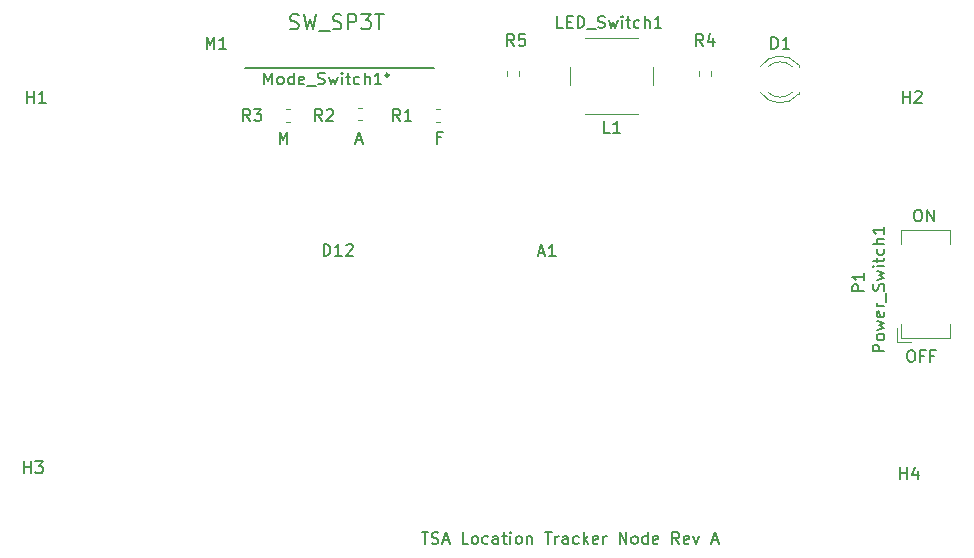
<source format=gbr>
%TF.GenerationSoftware,KiCad,Pcbnew,(5.1.6)-1*%
%TF.CreationDate,2021-03-22T21:05:39-07:00*%
%TF.ProjectId,TSA Location Tracker,54534120-4c6f-4636-9174-696f6e205472,rev?*%
%TF.SameCoordinates,Original*%
%TF.FileFunction,Legend,Top*%
%TF.FilePolarity,Positive*%
%FSLAX46Y46*%
G04 Gerber Fmt 4.6, Leading zero omitted, Abs format (unit mm)*
G04 Created by KiCad (PCBNEW (5.1.6)-1) date 2021-03-22 21:05:39*
%MOMM*%
%LPD*%
G01*
G04 APERTURE LIST*
%ADD10C,0.150000*%
%ADD11C,0.250000*%
%ADD12C,0.120000*%
G04 APERTURE END LIST*
D10*
X93945714Y-66492380D02*
X93945714Y-65492380D01*
X94183809Y-65492380D01*
X94326666Y-65540000D01*
X94421904Y-65635238D01*
X94469523Y-65730476D01*
X94517142Y-65920952D01*
X94517142Y-66063809D01*
X94469523Y-66254285D01*
X94421904Y-66349523D01*
X94326666Y-66444761D01*
X94183809Y-66492380D01*
X93945714Y-66492380D01*
X95469523Y-66492380D02*
X94898095Y-66492380D01*
X95183809Y-66492380D02*
X95183809Y-65492380D01*
X95088571Y-65635238D01*
X94993333Y-65730476D01*
X94898095Y-65778095D01*
X95850476Y-65587619D02*
X95898095Y-65540000D01*
X95993333Y-65492380D01*
X96231428Y-65492380D01*
X96326666Y-65540000D01*
X96374285Y-65587619D01*
X96421904Y-65682857D01*
X96421904Y-65778095D01*
X96374285Y-65920952D01*
X95802857Y-66492380D01*
X96421904Y-66492380D01*
X103892857Y-56468571D02*
X103559523Y-56468571D01*
X103559523Y-56992380D02*
X103559523Y-55992380D01*
X104035714Y-55992380D01*
X90206666Y-56992380D02*
X90206666Y-55992380D01*
X90540000Y-56706666D01*
X90873333Y-55992380D01*
X90873333Y-56992380D01*
X96721904Y-56706666D02*
X97198095Y-56706666D01*
X96626666Y-56992380D02*
X96960000Y-55992380D01*
X97293333Y-56992380D01*
X143587619Y-74482380D02*
X143778095Y-74482380D01*
X143873333Y-74530000D01*
X143968571Y-74625238D01*
X144016190Y-74815714D01*
X144016190Y-75149047D01*
X143968571Y-75339523D01*
X143873333Y-75434761D01*
X143778095Y-75482380D01*
X143587619Y-75482380D01*
X143492380Y-75434761D01*
X143397142Y-75339523D01*
X143349523Y-75149047D01*
X143349523Y-74815714D01*
X143397142Y-74625238D01*
X143492380Y-74530000D01*
X143587619Y-74482380D01*
X144778095Y-74958571D02*
X144444761Y-74958571D01*
X144444761Y-75482380D02*
X144444761Y-74482380D01*
X144920952Y-74482380D01*
X145635238Y-74958571D02*
X145301904Y-74958571D01*
X145301904Y-75482380D02*
X145301904Y-74482380D01*
X145778095Y-74482380D01*
X144160952Y-62582380D02*
X144351428Y-62582380D01*
X144446666Y-62630000D01*
X144541904Y-62725238D01*
X144589523Y-62915714D01*
X144589523Y-63249047D01*
X144541904Y-63439523D01*
X144446666Y-63534761D01*
X144351428Y-63582380D01*
X144160952Y-63582380D01*
X144065714Y-63534761D01*
X143970476Y-63439523D01*
X143922857Y-63249047D01*
X143922857Y-62915714D01*
X143970476Y-62725238D01*
X144065714Y-62630000D01*
X144160952Y-62582380D01*
X145018095Y-63582380D02*
X145018095Y-62582380D01*
X145589523Y-63582380D01*
X145589523Y-62582380D01*
X112145714Y-66216666D02*
X112621904Y-66216666D01*
X112050476Y-66502380D02*
X112383809Y-65502380D01*
X112717142Y-66502380D01*
X113574285Y-66502380D02*
X113002857Y-66502380D01*
X113288571Y-66502380D02*
X113288571Y-65502380D01*
X113193333Y-65645238D01*
X113098095Y-65740476D01*
X113002857Y-65788095D01*
X84026476Y-48966380D02*
X84026476Y-47966380D01*
X84359809Y-48680666D01*
X84693142Y-47966380D01*
X84693142Y-48966380D01*
X85693142Y-48966380D02*
X85121714Y-48966380D01*
X85407428Y-48966380D02*
X85407428Y-47966380D01*
X85312190Y-48109238D01*
X85216952Y-48204476D01*
X85121714Y-48252095D01*
X118197333Y-56078380D02*
X117721142Y-56078380D01*
X117721142Y-55078380D01*
X119054476Y-56078380D02*
X118483047Y-56078380D01*
X118768761Y-56078380D02*
X118768761Y-55078380D01*
X118673523Y-55221238D01*
X118578285Y-55316476D01*
X118483047Y-55364095D01*
X139702380Y-69488095D02*
X138702380Y-69488095D01*
X138702380Y-69107142D01*
X138750000Y-69011904D01*
X138797619Y-68964285D01*
X138892857Y-68916666D01*
X139035714Y-68916666D01*
X139130952Y-68964285D01*
X139178571Y-69011904D01*
X139226190Y-69107142D01*
X139226190Y-69488095D01*
X139702380Y-67964285D02*
X139702380Y-68535714D01*
X139702380Y-68250000D02*
X138702380Y-68250000D01*
X138845238Y-68345238D01*
X138940476Y-68440476D01*
X138988095Y-68535714D01*
X102236571Y-89876380D02*
X102808000Y-89876380D01*
X102522285Y-90876380D02*
X102522285Y-89876380D01*
X103093714Y-90828761D02*
X103236571Y-90876380D01*
X103474666Y-90876380D01*
X103569904Y-90828761D01*
X103617523Y-90781142D01*
X103665142Y-90685904D01*
X103665142Y-90590666D01*
X103617523Y-90495428D01*
X103569904Y-90447809D01*
X103474666Y-90400190D01*
X103284190Y-90352571D01*
X103188952Y-90304952D01*
X103141333Y-90257333D01*
X103093714Y-90162095D01*
X103093714Y-90066857D01*
X103141333Y-89971619D01*
X103188952Y-89924000D01*
X103284190Y-89876380D01*
X103522285Y-89876380D01*
X103665142Y-89924000D01*
X104046095Y-90590666D02*
X104522285Y-90590666D01*
X103950857Y-90876380D02*
X104284190Y-89876380D01*
X104617523Y-90876380D01*
X106188952Y-90876380D02*
X105712761Y-90876380D01*
X105712761Y-89876380D01*
X106665142Y-90876380D02*
X106569904Y-90828761D01*
X106522285Y-90781142D01*
X106474666Y-90685904D01*
X106474666Y-90400190D01*
X106522285Y-90304952D01*
X106569904Y-90257333D01*
X106665142Y-90209714D01*
X106808000Y-90209714D01*
X106903238Y-90257333D01*
X106950857Y-90304952D01*
X106998476Y-90400190D01*
X106998476Y-90685904D01*
X106950857Y-90781142D01*
X106903238Y-90828761D01*
X106808000Y-90876380D01*
X106665142Y-90876380D01*
X107855619Y-90828761D02*
X107760380Y-90876380D01*
X107569904Y-90876380D01*
X107474666Y-90828761D01*
X107427047Y-90781142D01*
X107379428Y-90685904D01*
X107379428Y-90400190D01*
X107427047Y-90304952D01*
X107474666Y-90257333D01*
X107569904Y-90209714D01*
X107760380Y-90209714D01*
X107855619Y-90257333D01*
X108712761Y-90876380D02*
X108712761Y-90352571D01*
X108665142Y-90257333D01*
X108569904Y-90209714D01*
X108379428Y-90209714D01*
X108284190Y-90257333D01*
X108712761Y-90828761D02*
X108617523Y-90876380D01*
X108379428Y-90876380D01*
X108284190Y-90828761D01*
X108236571Y-90733523D01*
X108236571Y-90638285D01*
X108284190Y-90543047D01*
X108379428Y-90495428D01*
X108617523Y-90495428D01*
X108712761Y-90447809D01*
X109046095Y-90209714D02*
X109427047Y-90209714D01*
X109188952Y-89876380D02*
X109188952Y-90733523D01*
X109236571Y-90828761D01*
X109331809Y-90876380D01*
X109427047Y-90876380D01*
X109760380Y-90876380D02*
X109760380Y-90209714D01*
X109760380Y-89876380D02*
X109712761Y-89924000D01*
X109760380Y-89971619D01*
X109808000Y-89924000D01*
X109760380Y-89876380D01*
X109760380Y-89971619D01*
X110379428Y-90876380D02*
X110284190Y-90828761D01*
X110236571Y-90781142D01*
X110188952Y-90685904D01*
X110188952Y-90400190D01*
X110236571Y-90304952D01*
X110284190Y-90257333D01*
X110379428Y-90209714D01*
X110522285Y-90209714D01*
X110617523Y-90257333D01*
X110665142Y-90304952D01*
X110712761Y-90400190D01*
X110712761Y-90685904D01*
X110665142Y-90781142D01*
X110617523Y-90828761D01*
X110522285Y-90876380D01*
X110379428Y-90876380D01*
X111141333Y-90209714D02*
X111141333Y-90876380D01*
X111141333Y-90304952D02*
X111188952Y-90257333D01*
X111284190Y-90209714D01*
X111427047Y-90209714D01*
X111522285Y-90257333D01*
X111569904Y-90352571D01*
X111569904Y-90876380D01*
X112665142Y-89876380D02*
X113236571Y-89876380D01*
X112950857Y-90876380D02*
X112950857Y-89876380D01*
X113569904Y-90876380D02*
X113569904Y-90209714D01*
X113569904Y-90400190D02*
X113617523Y-90304952D01*
X113665142Y-90257333D01*
X113760380Y-90209714D01*
X113855619Y-90209714D01*
X114617523Y-90876380D02*
X114617523Y-90352571D01*
X114569904Y-90257333D01*
X114474666Y-90209714D01*
X114284190Y-90209714D01*
X114188952Y-90257333D01*
X114617523Y-90828761D02*
X114522285Y-90876380D01*
X114284190Y-90876380D01*
X114188952Y-90828761D01*
X114141333Y-90733523D01*
X114141333Y-90638285D01*
X114188952Y-90543047D01*
X114284190Y-90495428D01*
X114522285Y-90495428D01*
X114617523Y-90447809D01*
X115522285Y-90828761D02*
X115427047Y-90876380D01*
X115236571Y-90876380D01*
X115141333Y-90828761D01*
X115093714Y-90781142D01*
X115046095Y-90685904D01*
X115046095Y-90400190D01*
X115093714Y-90304952D01*
X115141333Y-90257333D01*
X115236571Y-90209714D01*
X115427047Y-90209714D01*
X115522285Y-90257333D01*
X115950857Y-90876380D02*
X115950857Y-89876380D01*
X116046095Y-90495428D02*
X116331809Y-90876380D01*
X116331809Y-90209714D02*
X115950857Y-90590666D01*
X117141333Y-90828761D02*
X117046095Y-90876380D01*
X116855619Y-90876380D01*
X116760380Y-90828761D01*
X116712761Y-90733523D01*
X116712761Y-90352571D01*
X116760380Y-90257333D01*
X116855619Y-90209714D01*
X117046095Y-90209714D01*
X117141333Y-90257333D01*
X117188952Y-90352571D01*
X117188952Y-90447809D01*
X116712761Y-90543047D01*
X117617523Y-90876380D02*
X117617523Y-90209714D01*
X117617523Y-90400190D02*
X117665142Y-90304952D01*
X117712761Y-90257333D01*
X117808000Y-90209714D01*
X117903238Y-90209714D01*
X118998476Y-90876380D02*
X118998476Y-89876380D01*
X119569904Y-90876380D01*
X119569904Y-89876380D01*
X120188952Y-90876380D02*
X120093714Y-90828761D01*
X120046095Y-90781142D01*
X119998476Y-90685904D01*
X119998476Y-90400190D01*
X120046095Y-90304952D01*
X120093714Y-90257333D01*
X120188952Y-90209714D01*
X120331809Y-90209714D01*
X120427047Y-90257333D01*
X120474666Y-90304952D01*
X120522285Y-90400190D01*
X120522285Y-90685904D01*
X120474666Y-90781142D01*
X120427047Y-90828761D01*
X120331809Y-90876380D01*
X120188952Y-90876380D01*
X121379428Y-90876380D02*
X121379428Y-89876380D01*
X121379428Y-90828761D02*
X121284190Y-90876380D01*
X121093714Y-90876380D01*
X120998476Y-90828761D01*
X120950857Y-90781142D01*
X120903238Y-90685904D01*
X120903238Y-90400190D01*
X120950857Y-90304952D01*
X120998476Y-90257333D01*
X121093714Y-90209714D01*
X121284190Y-90209714D01*
X121379428Y-90257333D01*
X122236571Y-90828761D02*
X122141333Y-90876380D01*
X121950857Y-90876380D01*
X121855619Y-90828761D01*
X121807999Y-90733523D01*
X121807999Y-90352571D01*
X121855619Y-90257333D01*
X121950857Y-90209714D01*
X122141333Y-90209714D01*
X122236571Y-90257333D01*
X122284190Y-90352571D01*
X122284190Y-90447809D01*
X121807999Y-90543047D01*
X124046095Y-90876380D02*
X123712761Y-90400190D01*
X123474666Y-90876380D02*
X123474666Y-89876380D01*
X123855619Y-89876380D01*
X123950857Y-89924000D01*
X123998476Y-89971619D01*
X124046095Y-90066857D01*
X124046095Y-90209714D01*
X123998476Y-90304952D01*
X123950857Y-90352571D01*
X123855619Y-90400190D01*
X123474666Y-90400190D01*
X124855619Y-90828761D02*
X124760380Y-90876380D01*
X124569904Y-90876380D01*
X124474666Y-90828761D01*
X124427047Y-90733523D01*
X124427047Y-90352571D01*
X124474666Y-90257333D01*
X124569904Y-90209714D01*
X124760380Y-90209714D01*
X124855619Y-90257333D01*
X124903238Y-90352571D01*
X124903238Y-90447809D01*
X124427047Y-90543047D01*
X125236571Y-90209714D02*
X125474666Y-90876380D01*
X125712761Y-90209714D01*
X126807999Y-90590666D02*
X127284190Y-90590666D01*
X126712761Y-90876380D02*
X127046095Y-89876380D01*
X127379428Y-90876380D01*
%TO.C,Mode_Switch1*%
X103250000Y-50628000D02*
X87250000Y-50628000D01*
D11*
X99449999Y-51203000D02*
G75*
G03*
X99449999Y-51203000I-125000J0D01*
G01*
D12*
%TO.C,D1*%
X134148000Y-52798000D02*
X134148000Y-52642000D01*
X134148000Y-50482000D02*
X134148000Y-50326000D01*
X130915665Y-52640608D02*
G75*
G03*
X134148000Y-52797516I1672335J1078608D01*
G01*
X130915665Y-50483392D02*
G75*
G02*
X134148000Y-50326484I1672335J-1078608D01*
G01*
X131546870Y-52641837D02*
G75*
G03*
X133628961Y-52642000I1041130J1079837D01*
G01*
X131546870Y-50482163D02*
G75*
G02*
X133628961Y-50482000I1041130J-1079837D01*
G01*
%TO.C,LED_Switch1*%
X121812000Y-52022000D02*
X121812000Y-50522000D01*
X120562000Y-48022000D02*
X116062000Y-48022000D01*
X114812000Y-50522000D02*
X114812000Y-52022000D01*
X116062000Y-54522000D02*
X120562000Y-54522000D01*
%TO.C,R1*%
X103803267Y-55120000D02*
X103460733Y-55120000D01*
X103803267Y-54100000D02*
X103460733Y-54100000D01*
%TO.C,R2*%
X97171267Y-55010000D02*
X96828733Y-55010000D01*
X97171267Y-53990000D02*
X96828733Y-53990000D01*
%TO.C,R3*%
X91103267Y-55120000D02*
X90760733Y-55120000D01*
X91103267Y-54100000D02*
X90760733Y-54100000D01*
%TO.C,R4*%
X126748000Y-51225267D02*
X126748000Y-50882733D01*
X125728000Y-51225267D02*
X125728000Y-50882733D01*
%TO.C,R5*%
X110492000Y-51225267D02*
X110492000Y-50882733D01*
X109472000Y-51225267D02*
X109472000Y-50882733D01*
%TO.C,Power_Switch1*%
X142806000Y-72274000D02*
X142806000Y-73474000D01*
X142806000Y-73474000D02*
X147006000Y-73474000D01*
X147006000Y-73474000D02*
X147006000Y-72274000D01*
X142806000Y-65474000D02*
X142806000Y-64274000D01*
X142806000Y-64274000D02*
X147006000Y-64274000D01*
X147006000Y-64274000D02*
X147006000Y-65474000D01*
X142506000Y-72574000D02*
X142506000Y-73774000D01*
X142506000Y-73774000D02*
X143706000Y-73774000D01*
%TO.C,Mode_Switch1*%
D10*
X88927261Y-51982380D02*
X88927261Y-50982380D01*
X89260595Y-51696666D01*
X89593928Y-50982380D01*
X89593928Y-51982380D01*
X90212976Y-51982380D02*
X90117738Y-51934761D01*
X90070119Y-51887142D01*
X90022500Y-51791904D01*
X90022500Y-51506190D01*
X90070119Y-51410952D01*
X90117738Y-51363333D01*
X90212976Y-51315714D01*
X90355833Y-51315714D01*
X90451071Y-51363333D01*
X90498690Y-51410952D01*
X90546309Y-51506190D01*
X90546309Y-51791904D01*
X90498690Y-51887142D01*
X90451071Y-51934761D01*
X90355833Y-51982380D01*
X90212976Y-51982380D01*
X91403452Y-51982380D02*
X91403452Y-50982380D01*
X91403452Y-51934761D02*
X91308214Y-51982380D01*
X91117738Y-51982380D01*
X91022500Y-51934761D01*
X90974880Y-51887142D01*
X90927261Y-51791904D01*
X90927261Y-51506190D01*
X90974880Y-51410952D01*
X91022500Y-51363333D01*
X91117738Y-51315714D01*
X91308214Y-51315714D01*
X91403452Y-51363333D01*
X92260595Y-51934761D02*
X92165357Y-51982380D01*
X91974880Y-51982380D01*
X91879642Y-51934761D01*
X91832023Y-51839523D01*
X91832023Y-51458571D01*
X91879642Y-51363333D01*
X91974880Y-51315714D01*
X92165357Y-51315714D01*
X92260595Y-51363333D01*
X92308214Y-51458571D01*
X92308214Y-51553809D01*
X91832023Y-51649047D01*
X92498690Y-52077619D02*
X93260595Y-52077619D01*
X93451071Y-51934761D02*
X93593928Y-51982380D01*
X93832023Y-51982380D01*
X93927261Y-51934761D01*
X93974880Y-51887142D01*
X94022500Y-51791904D01*
X94022500Y-51696666D01*
X93974880Y-51601428D01*
X93927261Y-51553809D01*
X93832023Y-51506190D01*
X93641547Y-51458571D01*
X93546309Y-51410952D01*
X93498690Y-51363333D01*
X93451071Y-51268095D01*
X93451071Y-51172857D01*
X93498690Y-51077619D01*
X93546309Y-51030000D01*
X93641547Y-50982380D01*
X93879642Y-50982380D01*
X94022500Y-51030000D01*
X94355833Y-51315714D02*
X94546309Y-51982380D01*
X94736785Y-51506190D01*
X94927261Y-51982380D01*
X95117738Y-51315714D01*
X95498690Y-51982380D02*
X95498690Y-51315714D01*
X95498690Y-50982380D02*
X95451071Y-51030000D01*
X95498690Y-51077619D01*
X95546309Y-51030000D01*
X95498690Y-50982380D01*
X95498690Y-51077619D01*
X95832023Y-51315714D02*
X96212976Y-51315714D01*
X95974880Y-50982380D02*
X95974880Y-51839523D01*
X96022500Y-51934761D01*
X96117738Y-51982380D01*
X96212976Y-51982380D01*
X96974880Y-51934761D02*
X96879642Y-51982380D01*
X96689166Y-51982380D01*
X96593928Y-51934761D01*
X96546309Y-51887142D01*
X96498690Y-51791904D01*
X96498690Y-51506190D01*
X96546309Y-51410952D01*
X96593928Y-51363333D01*
X96689166Y-51315714D01*
X96879642Y-51315714D01*
X96974880Y-51363333D01*
X97403452Y-51982380D02*
X97403452Y-50982380D01*
X97832023Y-51982380D02*
X97832023Y-51458571D01*
X97784404Y-51363333D01*
X97689166Y-51315714D01*
X97546309Y-51315714D01*
X97451071Y-51363333D01*
X97403452Y-51410952D01*
X98832023Y-51982380D02*
X98260595Y-51982380D01*
X98546309Y-51982380D02*
X98546309Y-50982380D01*
X98451071Y-51125238D01*
X98355833Y-51220476D01*
X98260595Y-51268095D01*
X91095285Y-47250047D02*
X91276714Y-47310523D01*
X91579095Y-47310523D01*
X91700047Y-47250047D01*
X91760523Y-47189571D01*
X91821000Y-47068619D01*
X91821000Y-46947666D01*
X91760523Y-46826714D01*
X91700047Y-46766238D01*
X91579095Y-46705761D01*
X91337190Y-46645285D01*
X91216238Y-46584809D01*
X91155761Y-46524333D01*
X91095285Y-46403380D01*
X91095285Y-46282428D01*
X91155761Y-46161476D01*
X91216238Y-46101000D01*
X91337190Y-46040523D01*
X91639571Y-46040523D01*
X91821000Y-46101000D01*
X92244333Y-46040523D02*
X92546714Y-47310523D01*
X92788619Y-46403380D01*
X93030523Y-47310523D01*
X93332904Y-46040523D01*
X93514333Y-47431476D02*
X94481952Y-47431476D01*
X94723857Y-47250047D02*
X94905285Y-47310523D01*
X95207666Y-47310523D01*
X95328619Y-47250047D01*
X95389095Y-47189571D01*
X95449571Y-47068619D01*
X95449571Y-46947666D01*
X95389095Y-46826714D01*
X95328619Y-46766238D01*
X95207666Y-46705761D01*
X94965761Y-46645285D01*
X94844809Y-46584809D01*
X94784333Y-46524333D01*
X94723857Y-46403380D01*
X94723857Y-46282428D01*
X94784333Y-46161476D01*
X94844809Y-46101000D01*
X94965761Y-46040523D01*
X95268142Y-46040523D01*
X95449571Y-46101000D01*
X95993857Y-47310523D02*
X95993857Y-46040523D01*
X96477666Y-46040523D01*
X96598619Y-46101000D01*
X96659095Y-46161476D01*
X96719571Y-46282428D01*
X96719571Y-46463857D01*
X96659095Y-46584809D01*
X96598619Y-46645285D01*
X96477666Y-46705761D01*
X95993857Y-46705761D01*
X97142904Y-46040523D02*
X97929095Y-46040523D01*
X97505761Y-46524333D01*
X97687190Y-46524333D01*
X97808142Y-46584809D01*
X97868619Y-46645285D01*
X97929095Y-46766238D01*
X97929095Y-47068619D01*
X97868619Y-47189571D01*
X97808142Y-47250047D01*
X97687190Y-47310523D01*
X97324333Y-47310523D01*
X97203380Y-47250047D01*
X97142904Y-47189571D01*
X98291952Y-46040523D02*
X99017666Y-46040523D01*
X98654809Y-47310523D02*
X98654809Y-46040523D01*
%TO.C,D1*%
X131849904Y-48966380D02*
X131849904Y-47966380D01*
X132088000Y-47966380D01*
X132230857Y-48014000D01*
X132326095Y-48109238D01*
X132373714Y-48204476D01*
X132421333Y-48394952D01*
X132421333Y-48537809D01*
X132373714Y-48728285D01*
X132326095Y-48823523D01*
X132230857Y-48918761D01*
X132088000Y-48966380D01*
X131849904Y-48966380D01*
X133373714Y-48966380D02*
X132802285Y-48966380D01*
X133088000Y-48966380D02*
X133088000Y-47966380D01*
X132992761Y-48109238D01*
X132897523Y-48204476D01*
X132802285Y-48252095D01*
%TO.C,H1*%
X68834095Y-53538380D02*
X68834095Y-52538380D01*
X68834095Y-53014571D02*
X69405523Y-53014571D01*
X69405523Y-53538380D02*
X69405523Y-52538380D01*
X70405523Y-53538380D02*
X69834095Y-53538380D01*
X70119809Y-53538380D02*
X70119809Y-52538380D01*
X70024571Y-52681238D01*
X69929333Y-52776476D01*
X69834095Y-52824095D01*
%TO.C,H2*%
X143002095Y-53538380D02*
X143002095Y-52538380D01*
X143002095Y-53014571D02*
X143573523Y-53014571D01*
X143573523Y-53538380D02*
X143573523Y-52538380D01*
X144002095Y-52633619D02*
X144049714Y-52586000D01*
X144144952Y-52538380D01*
X144383047Y-52538380D01*
X144478285Y-52586000D01*
X144525904Y-52633619D01*
X144573523Y-52728857D01*
X144573523Y-52824095D01*
X144525904Y-52966952D01*
X143954476Y-53538380D01*
X144573523Y-53538380D01*
%TO.C,H3*%
X68580095Y-84890380D02*
X68580095Y-83890380D01*
X68580095Y-84366571D02*
X69151523Y-84366571D01*
X69151523Y-84890380D02*
X69151523Y-83890380D01*
X69532476Y-83890380D02*
X70151523Y-83890380D01*
X69818190Y-84271333D01*
X69961047Y-84271333D01*
X70056285Y-84318952D01*
X70103904Y-84366571D01*
X70151523Y-84461809D01*
X70151523Y-84699904D01*
X70103904Y-84795142D01*
X70056285Y-84842761D01*
X69961047Y-84890380D01*
X69675333Y-84890380D01*
X69580095Y-84842761D01*
X69532476Y-84795142D01*
%TO.C,H4*%
X142748095Y-85398380D02*
X142748095Y-84398380D01*
X142748095Y-84874571D02*
X143319523Y-84874571D01*
X143319523Y-85398380D02*
X143319523Y-84398380D01*
X144224285Y-84731714D02*
X144224285Y-85398380D01*
X143986190Y-84350761D02*
X143748095Y-85065047D01*
X144367142Y-85065047D01*
%TO.C,LED_Switch1*%
X114205238Y-47188380D02*
X113729047Y-47188380D01*
X113729047Y-46188380D01*
X114538571Y-46664571D02*
X114871904Y-46664571D01*
X115014761Y-47188380D02*
X114538571Y-47188380D01*
X114538571Y-46188380D01*
X115014761Y-46188380D01*
X115443333Y-47188380D02*
X115443333Y-46188380D01*
X115681428Y-46188380D01*
X115824285Y-46236000D01*
X115919523Y-46331238D01*
X115967142Y-46426476D01*
X116014761Y-46616952D01*
X116014761Y-46759809D01*
X115967142Y-46950285D01*
X115919523Y-47045523D01*
X115824285Y-47140761D01*
X115681428Y-47188380D01*
X115443333Y-47188380D01*
X116205238Y-47283619D02*
X116967142Y-47283619D01*
X117157619Y-47140761D02*
X117300476Y-47188380D01*
X117538571Y-47188380D01*
X117633809Y-47140761D01*
X117681428Y-47093142D01*
X117729047Y-46997904D01*
X117729047Y-46902666D01*
X117681428Y-46807428D01*
X117633809Y-46759809D01*
X117538571Y-46712190D01*
X117348095Y-46664571D01*
X117252857Y-46616952D01*
X117205238Y-46569333D01*
X117157619Y-46474095D01*
X117157619Y-46378857D01*
X117205238Y-46283619D01*
X117252857Y-46236000D01*
X117348095Y-46188380D01*
X117586190Y-46188380D01*
X117729047Y-46236000D01*
X118062380Y-46521714D02*
X118252857Y-47188380D01*
X118443333Y-46712190D01*
X118633809Y-47188380D01*
X118824285Y-46521714D01*
X119205238Y-47188380D02*
X119205238Y-46521714D01*
X119205238Y-46188380D02*
X119157619Y-46236000D01*
X119205238Y-46283619D01*
X119252857Y-46236000D01*
X119205238Y-46188380D01*
X119205238Y-46283619D01*
X119538571Y-46521714D02*
X119919523Y-46521714D01*
X119681428Y-46188380D02*
X119681428Y-47045523D01*
X119729047Y-47140761D01*
X119824285Y-47188380D01*
X119919523Y-47188380D01*
X120681428Y-47140761D02*
X120586190Y-47188380D01*
X120395714Y-47188380D01*
X120300476Y-47140761D01*
X120252857Y-47093142D01*
X120205238Y-46997904D01*
X120205238Y-46712190D01*
X120252857Y-46616952D01*
X120300476Y-46569333D01*
X120395714Y-46521714D01*
X120586190Y-46521714D01*
X120681428Y-46569333D01*
X121110000Y-47188380D02*
X121110000Y-46188380D01*
X121538571Y-47188380D02*
X121538571Y-46664571D01*
X121490952Y-46569333D01*
X121395714Y-46521714D01*
X121252857Y-46521714D01*
X121157619Y-46569333D01*
X121110000Y-46616952D01*
X122538571Y-47188380D02*
X121967142Y-47188380D01*
X122252857Y-47188380D02*
X122252857Y-46188380D01*
X122157619Y-46331238D01*
X122062380Y-46426476D01*
X121967142Y-46474095D01*
%TO.C,R1*%
X100417333Y-55062380D02*
X100084000Y-54586190D01*
X99845904Y-55062380D02*
X99845904Y-54062380D01*
X100226857Y-54062380D01*
X100322095Y-54110000D01*
X100369714Y-54157619D01*
X100417333Y-54252857D01*
X100417333Y-54395714D01*
X100369714Y-54490952D01*
X100322095Y-54538571D01*
X100226857Y-54586190D01*
X99845904Y-54586190D01*
X101369714Y-55062380D02*
X100798285Y-55062380D01*
X101084000Y-55062380D02*
X101084000Y-54062380D01*
X100988761Y-54205238D01*
X100893523Y-54300476D01*
X100798285Y-54348095D01*
%TO.C,R2*%
X93813333Y-55062380D02*
X93480000Y-54586190D01*
X93241904Y-55062380D02*
X93241904Y-54062380D01*
X93622857Y-54062380D01*
X93718095Y-54110000D01*
X93765714Y-54157619D01*
X93813333Y-54252857D01*
X93813333Y-54395714D01*
X93765714Y-54490952D01*
X93718095Y-54538571D01*
X93622857Y-54586190D01*
X93241904Y-54586190D01*
X94194285Y-54157619D02*
X94241904Y-54110000D01*
X94337142Y-54062380D01*
X94575238Y-54062380D01*
X94670476Y-54110000D01*
X94718095Y-54157619D01*
X94765714Y-54252857D01*
X94765714Y-54348095D01*
X94718095Y-54490952D01*
X94146666Y-55062380D01*
X94765714Y-55062380D01*
%TO.C,R3*%
X87717333Y-55062380D02*
X87384000Y-54586190D01*
X87145904Y-55062380D02*
X87145904Y-54062380D01*
X87526857Y-54062380D01*
X87622095Y-54110000D01*
X87669714Y-54157619D01*
X87717333Y-54252857D01*
X87717333Y-54395714D01*
X87669714Y-54490952D01*
X87622095Y-54538571D01*
X87526857Y-54586190D01*
X87145904Y-54586190D01*
X88050666Y-54062380D02*
X88669714Y-54062380D01*
X88336380Y-54443333D01*
X88479238Y-54443333D01*
X88574476Y-54490952D01*
X88622095Y-54538571D01*
X88669714Y-54633809D01*
X88669714Y-54871904D01*
X88622095Y-54967142D01*
X88574476Y-55014761D01*
X88479238Y-55062380D01*
X88193523Y-55062380D01*
X88098285Y-55014761D01*
X88050666Y-54967142D01*
%TO.C,R4*%
X126071333Y-48712380D02*
X125738000Y-48236190D01*
X125499904Y-48712380D02*
X125499904Y-47712380D01*
X125880857Y-47712380D01*
X125976095Y-47760000D01*
X126023714Y-47807619D01*
X126071333Y-47902857D01*
X126071333Y-48045714D01*
X126023714Y-48140952D01*
X125976095Y-48188571D01*
X125880857Y-48236190D01*
X125499904Y-48236190D01*
X126928476Y-48045714D02*
X126928476Y-48712380D01*
X126690380Y-47664761D02*
X126452285Y-48379047D01*
X127071333Y-48379047D01*
%TO.C,R5*%
X110069333Y-48712380D02*
X109736000Y-48236190D01*
X109497904Y-48712380D02*
X109497904Y-47712380D01*
X109878857Y-47712380D01*
X109974095Y-47760000D01*
X110021714Y-47807619D01*
X110069333Y-47902857D01*
X110069333Y-48045714D01*
X110021714Y-48140952D01*
X109974095Y-48188571D01*
X109878857Y-48236190D01*
X109497904Y-48236190D01*
X110974095Y-47712380D02*
X110497904Y-47712380D01*
X110450285Y-48188571D01*
X110497904Y-48140952D01*
X110593142Y-48093333D01*
X110831238Y-48093333D01*
X110926476Y-48140952D01*
X110974095Y-48188571D01*
X111021714Y-48283809D01*
X111021714Y-48521904D01*
X110974095Y-48617142D01*
X110926476Y-48664761D01*
X110831238Y-48712380D01*
X110593142Y-48712380D01*
X110497904Y-48664761D01*
X110450285Y-48617142D01*
%TO.C,Power_Switch1*%
X141422380Y-74580095D02*
X140422380Y-74580095D01*
X140422380Y-74199142D01*
X140470000Y-74103904D01*
X140517619Y-74056285D01*
X140612857Y-74008666D01*
X140755714Y-74008666D01*
X140850952Y-74056285D01*
X140898571Y-74103904D01*
X140946190Y-74199142D01*
X140946190Y-74580095D01*
X141422380Y-73437238D02*
X141374761Y-73532476D01*
X141327142Y-73580095D01*
X141231904Y-73627714D01*
X140946190Y-73627714D01*
X140850952Y-73580095D01*
X140803333Y-73532476D01*
X140755714Y-73437238D01*
X140755714Y-73294380D01*
X140803333Y-73199142D01*
X140850952Y-73151523D01*
X140946190Y-73103904D01*
X141231904Y-73103904D01*
X141327142Y-73151523D01*
X141374761Y-73199142D01*
X141422380Y-73294380D01*
X141422380Y-73437238D01*
X140755714Y-72770571D02*
X141422380Y-72580095D01*
X140946190Y-72389619D01*
X141422380Y-72199142D01*
X140755714Y-72008666D01*
X141374761Y-71246761D02*
X141422380Y-71342000D01*
X141422380Y-71532476D01*
X141374761Y-71627714D01*
X141279523Y-71675333D01*
X140898571Y-71675333D01*
X140803333Y-71627714D01*
X140755714Y-71532476D01*
X140755714Y-71342000D01*
X140803333Y-71246761D01*
X140898571Y-71199142D01*
X140993809Y-71199142D01*
X141089047Y-71675333D01*
X141422380Y-70770571D02*
X140755714Y-70770571D01*
X140946190Y-70770571D02*
X140850952Y-70722952D01*
X140803333Y-70675333D01*
X140755714Y-70580095D01*
X140755714Y-70484857D01*
X141517619Y-70389619D02*
X141517619Y-69627714D01*
X141374761Y-69437238D02*
X141422380Y-69294380D01*
X141422380Y-69056285D01*
X141374761Y-68961047D01*
X141327142Y-68913428D01*
X141231904Y-68865809D01*
X141136666Y-68865809D01*
X141041428Y-68913428D01*
X140993809Y-68961047D01*
X140946190Y-69056285D01*
X140898571Y-69246761D01*
X140850952Y-69342000D01*
X140803333Y-69389619D01*
X140708095Y-69437238D01*
X140612857Y-69437238D01*
X140517619Y-69389619D01*
X140470000Y-69342000D01*
X140422380Y-69246761D01*
X140422380Y-69008666D01*
X140470000Y-68865809D01*
X140755714Y-68532476D02*
X141422380Y-68342000D01*
X140946190Y-68151523D01*
X141422380Y-67961047D01*
X140755714Y-67770571D01*
X141422380Y-67389619D02*
X140755714Y-67389619D01*
X140422380Y-67389619D02*
X140470000Y-67437238D01*
X140517619Y-67389619D01*
X140470000Y-67342000D01*
X140422380Y-67389619D01*
X140517619Y-67389619D01*
X140755714Y-67056285D02*
X140755714Y-66675333D01*
X140422380Y-66913428D02*
X141279523Y-66913428D01*
X141374761Y-66865809D01*
X141422380Y-66770571D01*
X141422380Y-66675333D01*
X141374761Y-65913428D02*
X141422380Y-66008666D01*
X141422380Y-66199142D01*
X141374761Y-66294380D01*
X141327142Y-66342000D01*
X141231904Y-66389619D01*
X140946190Y-66389619D01*
X140850952Y-66342000D01*
X140803333Y-66294380D01*
X140755714Y-66199142D01*
X140755714Y-66008666D01*
X140803333Y-65913428D01*
X141422380Y-65484857D02*
X140422380Y-65484857D01*
X141422380Y-65056285D02*
X140898571Y-65056285D01*
X140803333Y-65103904D01*
X140755714Y-65199142D01*
X140755714Y-65342000D01*
X140803333Y-65437238D01*
X140850952Y-65484857D01*
X141422380Y-64056285D02*
X141422380Y-64627714D01*
X141422380Y-64342000D02*
X140422380Y-64342000D01*
X140565238Y-64437238D01*
X140660476Y-64532476D01*
X140708095Y-64627714D01*
%TD*%
M02*

</source>
